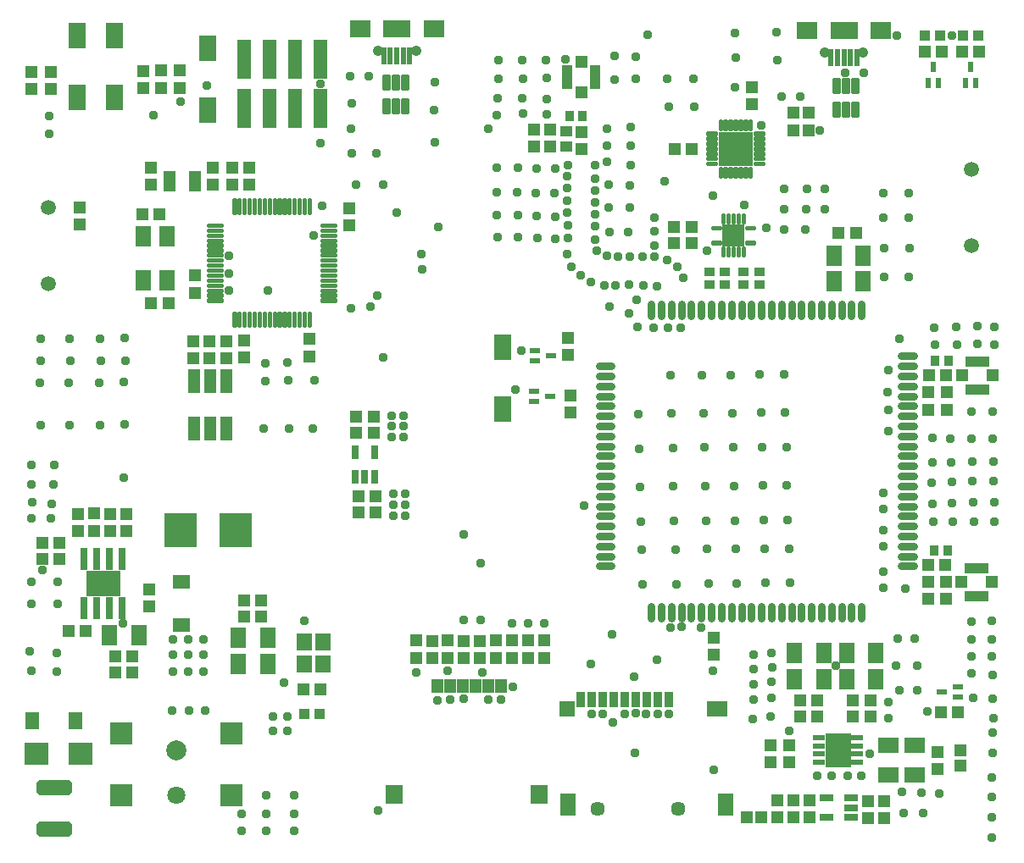
<source format=gbr>
G04 EAGLE Gerber RS-274X export*
G75*
%MOMM*%
%FSLAX34Y34*%
%LPD*%
%INSoldermask Top*%
%IPPOS*%
%AMOC8*
5,1,8,0,0,1.08239X$1,22.5*%
G01*
%ADD10R,1.493200X2.113200*%
%ADD11R,1.303200X1.203200*%
%ADD12R,1.203200X1.303200*%
%ADD13R,1.673200X1.473200*%
%ADD14R,1.113200X1.133200*%
%ADD15R,1.473200X1.673200*%
%ADD16R,2.453200X2.303200*%
%ADD17C,0.885322*%
%ADD18R,2.203200X2.203200*%
%ADD19C,2.003200*%
%ADD20C,1.803200*%
%ADD21R,3.203200X3.403200*%
%ADD22R,1.503200X1.703200*%
%ADD23R,0.803200X2.173200*%
%ADD24R,3.503200X2.613200*%
%ADD25R,0.803200X1.403200*%
%ADD26R,1.473200X3.883200*%
%ADD27C,0.267388*%
%ADD28C,1.511200*%
%ADD29R,1.803200X2.503200*%
%ADD30R,1.603200X2.003200*%
%ADD31R,1.303200X2.103200*%
%ADD32R,1.303200X2.403200*%
%ADD33R,1.153200X0.553200*%
%ADD34R,2.503200X3.433200*%
%ADD35R,2.113200X1.493200*%
%ADD36R,1.173200X1.203200*%
%ADD37R,1.003200X0.603200*%
%ADD38C,0.803200*%
%ADD39C,0.268653*%
%ADD40R,2.253200X2.253200*%
%ADD41R,1.103200X0.903200*%
%ADD42C,0.297181*%
%ADD43R,0.603200X1.653200*%
%ADD44C,1.053200*%
%ADD45R,2.000000X1.700000*%
%ADD46R,2.700000X1.700000*%
%ADD47R,1.203200X1.403200*%
%ADD48R,1.703200X1.903200*%
%ADD49R,1.203200X1.173200*%
%ADD50R,0.903200X1.603200*%
%ADD51R,1.603200X2.203200*%
%ADD52R,1.483200X1.603200*%
%ADD53R,2.153200X1.603200*%
%ADD54C,1.453200*%
%ADD55R,1.403200X0.803200*%
%ADD56R,0.603200X1.003200*%
%ADD57R,0.903200X1.103200*%
%ADD58R,2.403200X1.053200*%
%ADD59R,1.253200X1.203200*%
%ADD60R,1.053200X2.403200*%
%ADD61R,1.203200X1.253200*%
%ADD62R,1.173200X1.103200*%
%ADD63C,0.333503*%
%ADD64R,3.353200X3.353200*%
%ADD65C,0.959600*%


D10*
X128600Y219000D03*
X99400Y219000D03*
D11*
X122090Y198000D03*
X104910Y198000D03*
X122090Y182000D03*
X104910Y182000D03*
D12*
X139100Y265190D03*
X139100Y248010D03*
D10*
X228400Y191000D03*
X257600Y191000D03*
X228400Y217000D03*
X257600Y217000D03*
D11*
X233910Y238000D03*
X251090Y238000D03*
X233910Y254000D03*
X251090Y254000D03*
D12*
X84000Y341090D03*
X84000Y323910D03*
D13*
X171000Y229500D03*
X171000Y272500D03*
D14*
X309200Y140800D03*
X294000Y140800D03*
D15*
X22140Y133480D03*
X65140Y133480D03*
D16*
X26700Y101100D03*
X70700Y101100D03*
D17*
X30340Y70500D02*
X30340Y63820D01*
X30340Y70500D02*
X57820Y70500D01*
X57820Y63820D01*
X30340Y63820D01*
X30340Y28540D02*
X30340Y21860D01*
X30340Y28540D02*
X57820Y28540D01*
X57820Y21860D01*
X30340Y21860D01*
D18*
X111090Y121030D03*
X111090Y59530D03*
X221090Y59530D03*
X221090Y121030D03*
D19*
X166090Y104530D03*
D20*
X166090Y59530D03*
D21*
X170500Y324000D03*
X225500Y324000D03*
D12*
X100000Y323500D03*
X100000Y340500D03*
D22*
X294020Y190950D03*
X313020Y190950D03*
X294020Y212950D03*
X313020Y212950D03*
D11*
X58780Y223260D03*
X75780Y223260D03*
X32500Y312000D03*
X49500Y312000D03*
X32500Y295800D03*
X49500Y295800D03*
D12*
X68000Y340500D03*
X68000Y323500D03*
D11*
X310150Y165400D03*
X293150Y165400D03*
D12*
X116000Y340500D03*
X116000Y323500D03*
D23*
X112050Y295750D03*
X99350Y295750D03*
X86650Y295750D03*
X73950Y295750D03*
X73950Y246250D03*
X86650Y246250D03*
X99350Y246250D03*
X112050Y246250D03*
D24*
X93000Y271000D03*
D25*
X344940Y377330D03*
X354440Y377330D03*
X363940Y377330D03*
X363940Y402330D03*
X344940Y402330D03*
D11*
X365100Y342560D03*
X347920Y342560D03*
X365100Y358560D03*
X347920Y358560D03*
X363100Y421560D03*
X345920Y421560D03*
X363100Y437560D03*
X345920Y437560D03*
D26*
X310440Y795480D03*
X310440Y745980D03*
X285040Y795480D03*
X285040Y745980D03*
X259640Y795480D03*
X259640Y745980D03*
X234240Y795480D03*
X234240Y745980D03*
D12*
X40750Y782300D03*
X40750Y765300D03*
X21340Y782820D03*
X21340Y765640D03*
D27*
X197891Y628351D02*
X211949Y628351D01*
X197891Y628351D02*
X197891Y630209D01*
X211949Y630209D01*
X211949Y628351D01*
X211949Y623351D02*
X197891Y623351D01*
X197891Y625209D01*
X211949Y625209D01*
X211949Y623351D01*
X211949Y618351D02*
X197891Y618351D01*
X197891Y620209D01*
X211949Y620209D01*
X211949Y618351D01*
X211949Y613351D02*
X197891Y613351D01*
X197891Y615209D01*
X211949Y615209D01*
X211949Y613351D01*
X211949Y608351D02*
X197891Y608351D01*
X197891Y610209D01*
X211949Y610209D01*
X211949Y608351D01*
X211949Y603351D02*
X197891Y603351D01*
X197891Y605209D01*
X211949Y605209D01*
X211949Y603351D01*
X211949Y598351D02*
X197891Y598351D01*
X197891Y600209D01*
X211949Y600209D01*
X211949Y598351D01*
X211949Y593351D02*
X197891Y593351D01*
X197891Y595209D01*
X211949Y595209D01*
X211949Y593351D01*
X211949Y588351D02*
X197891Y588351D01*
X197891Y590209D01*
X211949Y590209D01*
X211949Y588351D01*
X211949Y583351D02*
X197891Y583351D01*
X197891Y585209D01*
X211949Y585209D01*
X211949Y583351D01*
X211949Y578351D02*
X197891Y578351D01*
X197891Y580209D01*
X211949Y580209D01*
X211949Y578351D01*
X211949Y573351D02*
X197891Y573351D01*
X197891Y575209D01*
X211949Y575209D01*
X211949Y573351D01*
X211949Y568351D02*
X197891Y568351D01*
X197891Y570209D01*
X211949Y570209D01*
X211949Y568351D01*
X211949Y563351D02*
X197891Y563351D01*
X197891Y565209D01*
X211949Y565209D01*
X211949Y563351D01*
X211949Y558351D02*
X197891Y558351D01*
X197891Y560209D01*
X211949Y560209D01*
X211949Y558351D01*
X211949Y553351D02*
X197891Y553351D01*
X197891Y555209D01*
X211949Y555209D01*
X211949Y553351D01*
X225049Y542109D02*
X225049Y528051D01*
X223191Y528051D01*
X223191Y542109D01*
X225049Y542109D01*
X225049Y530591D02*
X223191Y530591D01*
X223191Y533131D02*
X225049Y533131D01*
X225049Y535671D02*
X223191Y535671D01*
X223191Y538211D02*
X225049Y538211D01*
X225049Y540751D02*
X223191Y540751D01*
X230049Y542109D02*
X230049Y528051D01*
X228191Y528051D01*
X228191Y542109D01*
X230049Y542109D01*
X230049Y530591D02*
X228191Y530591D01*
X228191Y533131D02*
X230049Y533131D01*
X230049Y535671D02*
X228191Y535671D01*
X228191Y538211D02*
X230049Y538211D01*
X230049Y540751D02*
X228191Y540751D01*
X235049Y542109D02*
X235049Y528051D01*
X233191Y528051D01*
X233191Y542109D01*
X235049Y542109D01*
X235049Y530591D02*
X233191Y530591D01*
X233191Y533131D02*
X235049Y533131D01*
X235049Y535671D02*
X233191Y535671D01*
X233191Y538211D02*
X235049Y538211D01*
X235049Y540751D02*
X233191Y540751D01*
X240049Y542109D02*
X240049Y528051D01*
X238191Y528051D01*
X238191Y542109D01*
X240049Y542109D01*
X240049Y530591D02*
X238191Y530591D01*
X238191Y533131D02*
X240049Y533131D01*
X240049Y535671D02*
X238191Y535671D01*
X238191Y538211D02*
X240049Y538211D01*
X240049Y540751D02*
X238191Y540751D01*
X245049Y542109D02*
X245049Y528051D01*
X243191Y528051D01*
X243191Y542109D01*
X245049Y542109D01*
X245049Y530591D02*
X243191Y530591D01*
X243191Y533131D02*
X245049Y533131D01*
X245049Y535671D02*
X243191Y535671D01*
X243191Y538211D02*
X245049Y538211D01*
X245049Y540751D02*
X243191Y540751D01*
X250049Y542109D02*
X250049Y528051D01*
X248191Y528051D01*
X248191Y542109D01*
X250049Y542109D01*
X250049Y530591D02*
X248191Y530591D01*
X248191Y533131D02*
X250049Y533131D01*
X250049Y535671D02*
X248191Y535671D01*
X248191Y538211D02*
X250049Y538211D01*
X250049Y540751D02*
X248191Y540751D01*
X255049Y542109D02*
X255049Y528051D01*
X253191Y528051D01*
X253191Y542109D01*
X255049Y542109D01*
X255049Y530591D02*
X253191Y530591D01*
X253191Y533131D02*
X255049Y533131D01*
X255049Y535671D02*
X253191Y535671D01*
X253191Y538211D02*
X255049Y538211D01*
X255049Y540751D02*
X253191Y540751D01*
X260049Y542109D02*
X260049Y528051D01*
X258191Y528051D01*
X258191Y542109D01*
X260049Y542109D01*
X260049Y530591D02*
X258191Y530591D01*
X258191Y533131D02*
X260049Y533131D01*
X260049Y535671D02*
X258191Y535671D01*
X258191Y538211D02*
X260049Y538211D01*
X260049Y540751D02*
X258191Y540751D01*
X265049Y542109D02*
X265049Y528051D01*
X263191Y528051D01*
X263191Y542109D01*
X265049Y542109D01*
X265049Y530591D02*
X263191Y530591D01*
X263191Y533131D02*
X265049Y533131D01*
X265049Y535671D02*
X263191Y535671D01*
X263191Y538211D02*
X265049Y538211D01*
X265049Y540751D02*
X263191Y540751D01*
X270049Y542109D02*
X270049Y528051D01*
X268191Y528051D01*
X268191Y542109D01*
X270049Y542109D01*
X270049Y530591D02*
X268191Y530591D01*
X268191Y533131D02*
X270049Y533131D01*
X270049Y535671D02*
X268191Y535671D01*
X268191Y538211D02*
X270049Y538211D01*
X270049Y540751D02*
X268191Y540751D01*
X275049Y542109D02*
X275049Y528051D01*
X273191Y528051D01*
X273191Y542109D01*
X275049Y542109D01*
X275049Y530591D02*
X273191Y530591D01*
X273191Y533131D02*
X275049Y533131D01*
X275049Y535671D02*
X273191Y535671D01*
X273191Y538211D02*
X275049Y538211D01*
X275049Y540751D02*
X273191Y540751D01*
X280049Y542109D02*
X280049Y528051D01*
X278191Y528051D01*
X278191Y542109D01*
X280049Y542109D01*
X280049Y530591D02*
X278191Y530591D01*
X278191Y533131D02*
X280049Y533131D01*
X280049Y535671D02*
X278191Y535671D01*
X278191Y538211D02*
X280049Y538211D01*
X280049Y540751D02*
X278191Y540751D01*
X285049Y542109D02*
X285049Y528051D01*
X283191Y528051D01*
X283191Y542109D01*
X285049Y542109D01*
X285049Y530591D02*
X283191Y530591D01*
X283191Y533131D02*
X285049Y533131D01*
X285049Y535671D02*
X283191Y535671D01*
X283191Y538211D02*
X285049Y538211D01*
X285049Y540751D02*
X283191Y540751D01*
X290049Y542109D02*
X290049Y528051D01*
X288191Y528051D01*
X288191Y542109D01*
X290049Y542109D01*
X290049Y530591D02*
X288191Y530591D01*
X288191Y533131D02*
X290049Y533131D01*
X290049Y535671D02*
X288191Y535671D01*
X288191Y538211D02*
X290049Y538211D01*
X290049Y540751D02*
X288191Y540751D01*
X295049Y542109D02*
X295049Y528051D01*
X293191Y528051D01*
X293191Y542109D01*
X295049Y542109D01*
X295049Y530591D02*
X293191Y530591D01*
X293191Y533131D02*
X295049Y533131D01*
X295049Y535671D02*
X293191Y535671D01*
X293191Y538211D02*
X295049Y538211D01*
X295049Y540751D02*
X293191Y540751D01*
X300049Y542109D02*
X300049Y528051D01*
X298191Y528051D01*
X298191Y542109D01*
X300049Y542109D01*
X300049Y530591D02*
X298191Y530591D01*
X298191Y533131D02*
X300049Y533131D01*
X300049Y535671D02*
X298191Y535671D01*
X298191Y538211D02*
X300049Y538211D01*
X300049Y540751D02*
X298191Y540751D01*
X311291Y553351D02*
X325349Y553351D01*
X311291Y553351D02*
X311291Y555209D01*
X325349Y555209D01*
X325349Y553351D01*
X325349Y558351D02*
X311291Y558351D01*
X311291Y560209D01*
X325349Y560209D01*
X325349Y558351D01*
X325349Y563351D02*
X311291Y563351D01*
X311291Y565209D01*
X325349Y565209D01*
X325349Y563351D01*
X325349Y568351D02*
X311291Y568351D01*
X311291Y570209D01*
X325349Y570209D01*
X325349Y568351D01*
X325349Y573351D02*
X311291Y573351D01*
X311291Y575209D01*
X325349Y575209D01*
X325349Y573351D01*
X325349Y578351D02*
X311291Y578351D01*
X311291Y580209D01*
X325349Y580209D01*
X325349Y578351D01*
X325349Y583351D02*
X311291Y583351D01*
X311291Y585209D01*
X325349Y585209D01*
X325349Y583351D01*
X325349Y588351D02*
X311291Y588351D01*
X311291Y590209D01*
X325349Y590209D01*
X325349Y588351D01*
X325349Y593351D02*
X311291Y593351D01*
X311291Y595209D01*
X325349Y595209D01*
X325349Y593351D01*
X325349Y598351D02*
X311291Y598351D01*
X311291Y600209D01*
X325349Y600209D01*
X325349Y598351D01*
X325349Y603351D02*
X311291Y603351D01*
X311291Y605209D01*
X325349Y605209D01*
X325349Y603351D01*
X325349Y608351D02*
X311291Y608351D01*
X311291Y610209D01*
X325349Y610209D01*
X325349Y608351D01*
X325349Y613351D02*
X311291Y613351D01*
X311291Y615209D01*
X325349Y615209D01*
X325349Y613351D01*
X325349Y618351D02*
X311291Y618351D01*
X311291Y620209D01*
X325349Y620209D01*
X325349Y618351D01*
X325349Y623351D02*
X311291Y623351D01*
X311291Y625209D01*
X325349Y625209D01*
X325349Y623351D01*
X325349Y628351D02*
X311291Y628351D01*
X311291Y630209D01*
X325349Y630209D01*
X325349Y628351D01*
X300049Y641451D02*
X300049Y655509D01*
X300049Y641451D02*
X298191Y641451D01*
X298191Y655509D01*
X300049Y655509D01*
X300049Y643991D02*
X298191Y643991D01*
X298191Y646531D02*
X300049Y646531D01*
X300049Y649071D02*
X298191Y649071D01*
X298191Y651611D02*
X300049Y651611D01*
X300049Y654151D02*
X298191Y654151D01*
X295049Y655509D02*
X295049Y641451D01*
X293191Y641451D01*
X293191Y655509D01*
X295049Y655509D01*
X295049Y643991D02*
X293191Y643991D01*
X293191Y646531D02*
X295049Y646531D01*
X295049Y649071D02*
X293191Y649071D01*
X293191Y651611D02*
X295049Y651611D01*
X295049Y654151D02*
X293191Y654151D01*
X290049Y655509D02*
X290049Y641451D01*
X288191Y641451D01*
X288191Y655509D01*
X290049Y655509D01*
X290049Y643991D02*
X288191Y643991D01*
X288191Y646531D02*
X290049Y646531D01*
X290049Y649071D02*
X288191Y649071D01*
X288191Y651611D02*
X290049Y651611D01*
X290049Y654151D02*
X288191Y654151D01*
X285049Y655509D02*
X285049Y641451D01*
X283191Y641451D01*
X283191Y655509D01*
X285049Y655509D01*
X285049Y643991D02*
X283191Y643991D01*
X283191Y646531D02*
X285049Y646531D01*
X285049Y649071D02*
X283191Y649071D01*
X283191Y651611D02*
X285049Y651611D01*
X285049Y654151D02*
X283191Y654151D01*
X280049Y655509D02*
X280049Y641451D01*
X278191Y641451D01*
X278191Y655509D01*
X280049Y655509D01*
X280049Y643991D02*
X278191Y643991D01*
X278191Y646531D02*
X280049Y646531D01*
X280049Y649071D02*
X278191Y649071D01*
X278191Y651611D02*
X280049Y651611D01*
X280049Y654151D02*
X278191Y654151D01*
X275049Y655509D02*
X275049Y641451D01*
X273191Y641451D01*
X273191Y655509D01*
X275049Y655509D01*
X275049Y643991D02*
X273191Y643991D01*
X273191Y646531D02*
X275049Y646531D01*
X275049Y649071D02*
X273191Y649071D01*
X273191Y651611D02*
X275049Y651611D01*
X275049Y654151D02*
X273191Y654151D01*
X270049Y655509D02*
X270049Y641451D01*
X268191Y641451D01*
X268191Y655509D01*
X270049Y655509D01*
X270049Y643991D02*
X268191Y643991D01*
X268191Y646531D02*
X270049Y646531D01*
X270049Y649071D02*
X268191Y649071D01*
X268191Y651611D02*
X270049Y651611D01*
X270049Y654151D02*
X268191Y654151D01*
X265049Y655509D02*
X265049Y641451D01*
X263191Y641451D01*
X263191Y655509D01*
X265049Y655509D01*
X265049Y643991D02*
X263191Y643991D01*
X263191Y646531D02*
X265049Y646531D01*
X265049Y649071D02*
X263191Y649071D01*
X263191Y651611D02*
X265049Y651611D01*
X265049Y654151D02*
X263191Y654151D01*
X260049Y655509D02*
X260049Y641451D01*
X258191Y641451D01*
X258191Y655509D01*
X260049Y655509D01*
X260049Y643991D02*
X258191Y643991D01*
X258191Y646531D02*
X260049Y646531D01*
X260049Y649071D02*
X258191Y649071D01*
X258191Y651611D02*
X260049Y651611D01*
X260049Y654151D02*
X258191Y654151D01*
X255049Y655509D02*
X255049Y641451D01*
X253191Y641451D01*
X253191Y655509D01*
X255049Y655509D01*
X255049Y643991D02*
X253191Y643991D01*
X253191Y646531D02*
X255049Y646531D01*
X255049Y649071D02*
X253191Y649071D01*
X253191Y651611D02*
X255049Y651611D01*
X255049Y654151D02*
X253191Y654151D01*
X250049Y655509D02*
X250049Y641451D01*
X248191Y641451D01*
X248191Y655509D01*
X250049Y655509D01*
X250049Y643991D02*
X248191Y643991D01*
X248191Y646531D02*
X250049Y646531D01*
X250049Y649071D02*
X248191Y649071D01*
X248191Y651611D02*
X250049Y651611D01*
X250049Y654151D02*
X248191Y654151D01*
X245049Y655509D02*
X245049Y641451D01*
X243191Y641451D01*
X243191Y655509D01*
X245049Y655509D01*
X245049Y643991D02*
X243191Y643991D01*
X243191Y646531D02*
X245049Y646531D01*
X245049Y649071D02*
X243191Y649071D01*
X243191Y651611D02*
X245049Y651611D01*
X245049Y654151D02*
X243191Y654151D01*
X240049Y655509D02*
X240049Y641451D01*
X238191Y641451D01*
X238191Y655509D01*
X240049Y655509D01*
X240049Y643991D02*
X238191Y643991D01*
X238191Y646531D02*
X240049Y646531D01*
X240049Y649071D02*
X238191Y649071D01*
X238191Y651611D02*
X240049Y651611D01*
X240049Y654151D02*
X238191Y654151D01*
X235049Y655509D02*
X235049Y641451D01*
X233191Y641451D01*
X233191Y655509D01*
X235049Y655509D01*
X235049Y643991D02*
X233191Y643991D01*
X233191Y646531D02*
X235049Y646531D01*
X235049Y649071D02*
X233191Y649071D01*
X233191Y651611D02*
X235049Y651611D01*
X235049Y654151D02*
X233191Y654151D01*
X230049Y655509D02*
X230049Y641451D01*
X228191Y641451D01*
X228191Y655509D01*
X230049Y655509D01*
X230049Y643991D02*
X228191Y643991D01*
X228191Y646531D02*
X230049Y646531D01*
X230049Y649071D02*
X228191Y649071D01*
X228191Y651611D02*
X230049Y651611D01*
X230049Y654151D02*
X228191Y654151D01*
X225049Y655509D02*
X225049Y641451D01*
X223191Y641451D01*
X223191Y655509D01*
X225049Y655509D01*
X225049Y643991D02*
X223191Y643991D01*
X223191Y646531D02*
X225049Y646531D01*
X225049Y649071D02*
X223191Y649071D01*
X223191Y651611D02*
X225049Y651611D01*
X225049Y654151D02*
X223191Y654151D01*
D12*
X298710Y498330D03*
X298710Y515510D03*
X222000Y687090D03*
X222000Y669910D03*
X184620Y578820D03*
X184620Y561640D03*
X234000Y496910D03*
X234000Y514090D03*
X339000Y646090D03*
X339000Y628910D03*
D28*
X38630Y646840D03*
X38630Y570640D03*
D29*
X67110Y819080D03*
X67110Y757080D03*
D12*
X133340Y783230D03*
X133340Y766230D03*
X151340Y783820D03*
X151340Y766640D03*
D29*
X104110Y819080D03*
X104110Y757080D03*
D12*
X239000Y686500D03*
X239000Y669500D03*
D30*
X133150Y617760D03*
X133150Y573760D03*
X157150Y573760D03*
X157150Y617760D03*
D31*
X159500Y673000D03*
X184500Y673000D03*
D12*
X203000Y687090D03*
X203000Y669910D03*
X141000Y687090D03*
X141000Y669910D03*
D11*
X149580Y640100D03*
X132400Y640100D03*
X141210Y550950D03*
X158390Y550950D03*
D29*
X197340Y806530D03*
X197340Y744530D03*
D12*
X69630Y630240D03*
X69630Y647240D03*
X169340Y783820D03*
X169340Y766640D03*
X183000Y513500D03*
X183000Y496500D03*
X216000Y513500D03*
X216000Y496500D03*
X199000Y513500D03*
X199000Y496500D03*
D32*
X216040Y473580D03*
X200040Y473580D03*
X184040Y473580D03*
X184040Y425580D03*
X200040Y425580D03*
X216040Y425580D03*
D33*
X808250Y116530D03*
X808250Y108530D03*
X808250Y100530D03*
X808250Y92530D03*
X846250Y92530D03*
X846250Y100530D03*
X846250Y108530D03*
X846250Y116530D03*
D34*
X827250Y104530D03*
D35*
X877250Y79930D03*
X877250Y109130D03*
X903250Y79930D03*
X903250Y109130D03*
D12*
X926250Y85440D03*
X926250Y102620D03*
D36*
X949680Y89180D03*
X949680Y103880D03*
D11*
X930100Y142590D03*
X947100Y142590D03*
D37*
X946620Y157390D03*
X946620Y167390D03*
X930620Y162390D03*
D12*
X777910Y92360D03*
X777910Y109360D03*
X759910Y109360D03*
X759910Y92360D03*
D10*
X852350Y573330D03*
X823150Y573330D03*
X852350Y598790D03*
X823150Y598790D03*
D11*
X844840Y621790D03*
X827660Y621790D03*
D10*
X864850Y201530D03*
X835650Y201530D03*
X864850Y175530D03*
X835650Y175530D03*
D11*
X859340Y154530D03*
X842160Y154530D03*
X859340Y138530D03*
X842160Y138530D03*
D10*
X783650Y201530D03*
X812850Y201530D03*
X783650Y175530D03*
X812850Y175530D03*
D11*
X789160Y154530D03*
X806340Y154530D03*
X789160Y138530D03*
X806340Y138530D03*
D38*
X600510Y488500D02*
X588510Y488500D01*
X588510Y478500D02*
X600510Y478500D01*
X600510Y468500D02*
X588510Y468500D01*
X588510Y458500D02*
X600510Y458500D01*
X600510Y448500D02*
X588510Y448500D01*
X588510Y438500D02*
X600510Y438500D01*
X600510Y428500D02*
X588510Y428500D01*
X588510Y418500D02*
X600510Y418500D01*
X600510Y408500D02*
X588510Y408500D01*
X588510Y398500D02*
X600510Y398500D01*
X600510Y388500D02*
X588510Y388500D01*
X588510Y378500D02*
X600510Y378500D01*
X600510Y368500D02*
X588510Y368500D01*
X588510Y358500D02*
X600510Y358500D01*
X600510Y348500D02*
X588510Y348500D01*
X588510Y338500D02*
X600510Y338500D01*
X600510Y328500D02*
X588510Y328500D01*
X588510Y318500D02*
X600510Y318500D01*
X600510Y308500D02*
X588510Y308500D01*
X588510Y298500D02*
X600510Y298500D01*
X650510Y248500D02*
X650510Y236500D01*
X660510Y236500D02*
X660510Y248500D01*
X670510Y248500D02*
X670510Y236500D01*
X680510Y236500D02*
X680510Y248500D01*
X690510Y248500D02*
X690510Y236500D01*
X700510Y236500D02*
X700510Y248500D01*
X710510Y248500D02*
X710510Y236500D01*
X720510Y236500D02*
X720510Y248500D01*
X730510Y248500D02*
X730510Y236500D01*
X740510Y236500D02*
X740510Y248500D01*
X750510Y248500D02*
X750510Y236500D01*
X760510Y236500D02*
X760510Y248500D01*
X770510Y248500D02*
X770510Y236500D01*
X780510Y236500D02*
X780510Y248500D01*
X790510Y248500D02*
X790510Y236500D01*
X800510Y236500D02*
X800510Y248500D01*
X810510Y248500D02*
X810510Y236500D01*
X820510Y236500D02*
X820510Y248500D01*
X830510Y248500D02*
X830510Y236500D01*
X840510Y236500D02*
X840510Y248500D01*
X890510Y298500D02*
X902510Y298500D01*
X902510Y308500D02*
X890510Y308500D01*
X890510Y318500D02*
X902510Y318500D01*
X902510Y328500D02*
X890510Y328500D01*
X890510Y338500D02*
X902510Y338500D01*
X902510Y348500D02*
X890510Y348500D01*
X890510Y358500D02*
X902510Y358500D01*
X902510Y368500D02*
X890510Y368500D01*
X890510Y378500D02*
X902510Y378500D01*
X902510Y388500D02*
X890510Y388500D01*
X890510Y398500D02*
X902510Y398500D01*
X902510Y408500D02*
X890510Y408500D01*
X890510Y418500D02*
X902510Y418500D01*
X902510Y428500D02*
X890510Y428500D01*
X890510Y438500D02*
X902510Y438500D01*
X902510Y448500D02*
X890510Y448500D01*
X890510Y458500D02*
X902510Y458500D01*
X902510Y468500D02*
X890510Y468500D01*
X890510Y478500D02*
X902510Y478500D01*
X902510Y488500D02*
X890510Y488500D01*
X840510Y538500D02*
X840510Y550500D01*
X830510Y550500D02*
X830510Y538500D01*
X820510Y538500D02*
X820510Y550500D01*
X810510Y550500D02*
X810510Y538500D01*
X800510Y538500D02*
X800510Y550500D01*
X790510Y550500D02*
X790510Y538500D01*
X780510Y538500D02*
X780510Y550500D01*
X770510Y550500D02*
X770510Y538500D01*
X760510Y538500D02*
X760510Y550500D01*
X750510Y550500D02*
X750510Y538500D01*
X740510Y538500D02*
X740510Y550500D01*
X730510Y550500D02*
X730510Y538500D01*
X720510Y538500D02*
X720510Y550500D01*
X710510Y550500D02*
X710510Y538500D01*
X700510Y538500D02*
X700510Y550500D01*
X690510Y550500D02*
X690510Y538500D01*
X680510Y538500D02*
X680510Y550500D01*
X670510Y550500D02*
X670510Y538500D01*
X660510Y538500D02*
X660510Y550500D01*
X650510Y550500D02*
X650510Y538500D01*
X600510Y288500D02*
X588510Y288500D01*
X890510Y288500D02*
X902510Y288500D01*
X850510Y248500D02*
X850510Y236500D01*
X640510Y236500D02*
X640510Y248500D01*
X890510Y498500D02*
X902510Y498500D01*
X640510Y538500D02*
X640510Y550500D01*
X850510Y550500D02*
X850510Y538500D01*
D37*
X524000Y504000D03*
X524000Y494000D03*
X540000Y499000D03*
X523540Y463460D03*
X523540Y453460D03*
X539540Y458460D03*
D12*
X557440Y516780D03*
X557440Y499600D03*
X560140Y442110D03*
X560140Y459290D03*
D29*
X492440Y445250D03*
X492440Y507250D03*
D39*
X701417Y610957D02*
X709763Y610957D01*
X701417Y610957D02*
X701417Y612903D01*
X709763Y612903D01*
X709763Y610957D01*
X713413Y606753D02*
X713413Y598407D01*
X711467Y598407D01*
X711467Y606753D01*
X713413Y606753D01*
X713413Y600960D02*
X711467Y600960D01*
X711467Y603513D02*
X713413Y603513D01*
X713413Y606066D02*
X711467Y606066D01*
X718413Y606753D02*
X718413Y598407D01*
X716467Y598407D01*
X716467Y606753D01*
X718413Y606753D01*
X718413Y600960D02*
X716467Y600960D01*
X716467Y603513D02*
X718413Y603513D01*
X718413Y606066D02*
X716467Y606066D01*
X723413Y606753D02*
X723413Y598407D01*
X721467Y598407D01*
X721467Y606753D01*
X723413Y606753D01*
X723413Y600960D02*
X721467Y600960D01*
X721467Y603513D02*
X723413Y603513D01*
X723413Y606066D02*
X721467Y606066D01*
X728413Y606753D02*
X728413Y598407D01*
X726467Y598407D01*
X726467Y606753D01*
X728413Y606753D01*
X728413Y600960D02*
X726467Y600960D01*
X726467Y603513D02*
X728413Y603513D01*
X728413Y606066D02*
X726467Y606066D01*
X733413Y606753D02*
X733413Y598407D01*
X731467Y598407D01*
X731467Y606753D01*
X733413Y606753D01*
X733413Y600960D02*
X731467Y600960D01*
X731467Y603513D02*
X733413Y603513D01*
X733413Y606066D02*
X731467Y606066D01*
X735117Y610957D02*
X743463Y610957D01*
X735117Y610957D02*
X735117Y612903D01*
X743463Y612903D01*
X743463Y610957D01*
X743463Y625957D02*
X735117Y625957D01*
X735117Y627903D01*
X743463Y627903D01*
X743463Y625957D01*
X733413Y632107D02*
X733413Y640453D01*
X733413Y632107D02*
X731467Y632107D01*
X731467Y640453D01*
X733413Y640453D01*
X733413Y634660D02*
X731467Y634660D01*
X731467Y637213D02*
X733413Y637213D01*
X733413Y639766D02*
X731467Y639766D01*
X728413Y640453D02*
X728413Y632107D01*
X726467Y632107D01*
X726467Y640453D01*
X728413Y640453D01*
X728413Y634660D02*
X726467Y634660D01*
X726467Y637213D02*
X728413Y637213D01*
X728413Y639766D02*
X726467Y639766D01*
X723413Y640453D02*
X723413Y632107D01*
X721467Y632107D01*
X721467Y640453D01*
X723413Y640453D01*
X723413Y634660D02*
X721467Y634660D01*
X721467Y637213D02*
X723413Y637213D01*
X723413Y639766D02*
X721467Y639766D01*
X718413Y640453D02*
X718413Y632107D01*
X716467Y632107D01*
X716467Y640453D01*
X718413Y640453D01*
X718413Y634660D02*
X716467Y634660D01*
X716467Y637213D02*
X718413Y637213D01*
X718413Y639766D02*
X716467Y639766D01*
X713413Y640453D02*
X713413Y632107D01*
X711467Y632107D01*
X711467Y640453D01*
X713413Y640453D01*
X713413Y634660D02*
X711467Y634660D01*
X711467Y637213D02*
X713413Y637213D01*
X713413Y639766D02*
X711467Y639766D01*
X709763Y625957D02*
X701417Y625957D01*
X701417Y627903D01*
X709763Y627903D01*
X709763Y625957D01*
D40*
X722440Y619430D03*
D11*
X663410Y611770D03*
X680590Y611770D03*
X680590Y627770D03*
X663410Y627770D03*
D41*
X698340Y569510D03*
X698340Y582510D03*
X714340Y569510D03*
X714340Y582510D03*
X732340Y569510D03*
X732340Y582510D03*
X748340Y569510D03*
X748340Y582510D03*
D42*
X378530Y741920D02*
X378530Y754580D01*
X378530Y741920D02*
X373470Y741920D01*
X373470Y754580D01*
X378530Y754580D01*
X378530Y744743D02*
X373470Y744743D01*
X373470Y747566D02*
X378530Y747566D01*
X378530Y750389D02*
X373470Y750389D01*
X373470Y753212D02*
X378530Y753212D01*
X388030Y754580D02*
X388030Y741920D01*
X382970Y741920D01*
X382970Y754580D01*
X388030Y754580D01*
X388030Y744743D02*
X382970Y744743D01*
X382970Y747566D02*
X388030Y747566D01*
X388030Y750389D02*
X382970Y750389D01*
X382970Y753212D02*
X388030Y753212D01*
X397530Y754580D02*
X397530Y741920D01*
X392470Y741920D01*
X392470Y754580D01*
X397530Y754580D01*
X397530Y744743D02*
X392470Y744743D01*
X392470Y747566D02*
X397530Y747566D01*
X397530Y750389D02*
X392470Y750389D01*
X392470Y753212D02*
X397530Y753212D01*
X397530Y765420D02*
X397530Y778080D01*
X397530Y765420D02*
X392470Y765420D01*
X392470Y778080D01*
X397530Y778080D01*
X397530Y768243D02*
X392470Y768243D01*
X392470Y771066D02*
X397530Y771066D01*
X397530Y773889D02*
X392470Y773889D01*
X392470Y776712D02*
X397530Y776712D01*
X388030Y778080D02*
X388030Y765420D01*
X382970Y765420D01*
X382970Y778080D01*
X388030Y778080D01*
X388030Y768243D02*
X382970Y768243D01*
X382970Y771066D02*
X388030Y771066D01*
X388030Y773889D02*
X382970Y773889D01*
X382970Y776712D02*
X388030Y776712D01*
X378530Y778080D02*
X378530Y765420D01*
X373470Y765420D01*
X373470Y778080D01*
X378530Y778080D01*
X378530Y768243D02*
X373470Y768243D01*
X373470Y771066D02*
X378530Y771066D01*
X378530Y773889D02*
X373470Y773889D01*
X373470Y776712D02*
X378530Y776712D01*
D43*
X386430Y798470D03*
X392930Y798470D03*
X399430Y798470D03*
X379930Y798470D03*
X373430Y798470D03*
D44*
X405430Y803720D03*
X367430Y803720D03*
D45*
X423270Y825720D03*
X349590Y825720D03*
D46*
X386430Y825720D03*
D47*
X477970Y168360D03*
X490670Y168360D03*
X452570Y168360D03*
X465270Y168360D03*
X427170Y168360D03*
X439870Y168360D03*
D48*
X528170Y59860D03*
X384170Y59860D03*
D12*
X517300Y213970D03*
X517300Y196790D03*
X469460Y196370D03*
X469460Y213370D03*
X485460Y196780D03*
X485460Y213960D03*
X501300Y213970D03*
X501300Y196790D03*
X533300Y213970D03*
X533300Y196790D03*
X421460Y196370D03*
X421460Y213370D03*
X453460Y196370D03*
X453460Y213370D03*
X405460Y196780D03*
X405460Y213960D03*
X437460Y196780D03*
X437460Y213960D03*
X857320Y53690D03*
X857320Y36510D03*
X873260Y53540D03*
X873260Y36360D03*
X798320Y54690D03*
X798320Y37510D03*
X782320Y54690D03*
X782320Y37510D03*
X766320Y54690D03*
X766320Y37510D03*
D49*
X750670Y37600D03*
X735970Y37600D03*
D50*
X658000Y154700D03*
X647000Y154700D03*
X636000Y154700D03*
X625000Y154700D03*
X614000Y154700D03*
X603000Y154700D03*
X592000Y154700D03*
X581000Y154700D03*
X570000Y154700D03*
D51*
X715000Y50000D03*
X557000Y50000D03*
D52*
X556400Y146000D03*
D53*
X706250Y146000D03*
D54*
X667000Y46000D03*
X587000Y46000D03*
D55*
X840320Y37600D03*
X840320Y47100D03*
X840320Y56600D03*
X815320Y56600D03*
X815320Y37600D03*
D12*
X703000Y200000D03*
X703000Y217000D03*
D56*
X954710Y771140D03*
X964710Y771140D03*
X959710Y787140D03*
X917400Y771410D03*
X927400Y771410D03*
X922400Y787410D03*
D11*
X950710Y802640D03*
X967710Y802640D03*
X930530Y802960D03*
X913530Y802960D03*
D14*
X952110Y818640D03*
X967310Y818640D03*
X929230Y818790D03*
X914030Y818790D03*
D11*
X917500Y289500D03*
X934500Y289500D03*
D12*
X917000Y255410D03*
X917000Y272590D03*
D57*
X923500Y304000D03*
X936500Y304000D03*
D58*
X965760Y258700D03*
X965760Y286200D03*
D59*
X950510Y272450D03*
X981010Y272450D03*
D12*
X935000Y255410D03*
X935000Y272590D03*
X917600Y444880D03*
X917600Y462060D03*
D11*
X918100Y478970D03*
X935100Y478970D03*
D12*
X935600Y444880D03*
X935600Y462060D03*
D57*
X924100Y493970D03*
X937100Y493970D03*
D58*
X966220Y465230D03*
X966220Y492730D03*
D59*
X950970Y478980D03*
X981470Y478980D03*
D12*
X570540Y722170D03*
X570540Y704990D03*
D60*
X584250Y777000D03*
X556750Y777000D03*
D61*
X570500Y761750D03*
X570500Y792250D03*
D57*
X572050Y738360D03*
X559050Y738360D03*
D12*
X539500Y707910D03*
X539500Y725090D03*
X523790Y708150D03*
X523790Y725150D03*
D62*
X555370Y723470D03*
X555370Y707770D03*
D28*
X960500Y608900D03*
X960500Y685100D03*
D43*
X833000Y796750D03*
X839500Y796750D03*
X846000Y796750D03*
X826500Y796750D03*
X820000Y796750D03*
D44*
X852000Y802000D03*
X814000Y802000D03*
D45*
X869840Y824000D03*
X796160Y824000D03*
D46*
X833000Y824000D03*
D42*
X827870Y751080D02*
X827870Y738420D01*
X822810Y738420D01*
X822810Y751080D01*
X827870Y751080D01*
X827870Y741243D02*
X822810Y741243D01*
X822810Y744066D02*
X827870Y744066D01*
X827870Y746889D02*
X822810Y746889D01*
X822810Y749712D02*
X827870Y749712D01*
X837370Y751080D02*
X837370Y738420D01*
X832310Y738420D01*
X832310Y751080D01*
X837370Y751080D01*
X837370Y741243D02*
X832310Y741243D01*
X832310Y744066D02*
X837370Y744066D01*
X837370Y746889D02*
X832310Y746889D01*
X832310Y749712D02*
X837370Y749712D01*
X846870Y751080D02*
X846870Y738420D01*
X841810Y738420D01*
X841810Y751080D01*
X846870Y751080D01*
X846870Y741243D02*
X841810Y741243D01*
X841810Y744066D02*
X846870Y744066D01*
X846870Y746889D02*
X841810Y746889D01*
X841810Y749712D02*
X846870Y749712D01*
X846870Y761920D02*
X846870Y774580D01*
X846870Y761920D02*
X841810Y761920D01*
X841810Y774580D01*
X846870Y774580D01*
X846870Y764743D02*
X841810Y764743D01*
X841810Y767566D02*
X846870Y767566D01*
X846870Y770389D02*
X841810Y770389D01*
X841810Y773212D02*
X846870Y773212D01*
X837370Y774580D02*
X837370Y761920D01*
X832310Y761920D01*
X832310Y774580D01*
X837370Y774580D01*
X837370Y764743D02*
X832310Y764743D01*
X832310Y767566D02*
X837370Y767566D01*
X837370Y770389D02*
X832310Y770389D01*
X832310Y773212D02*
X837370Y773212D01*
X827870Y774580D02*
X827870Y761920D01*
X822810Y761920D01*
X822810Y774580D01*
X827870Y774580D01*
X827870Y764743D02*
X822810Y764743D01*
X822810Y767566D02*
X827870Y767566D01*
X827870Y770389D02*
X822810Y770389D01*
X822810Y773212D02*
X827870Y773212D01*
D63*
X752899Y691149D02*
X752899Y689851D01*
X744501Y689851D01*
X744501Y691149D01*
X752899Y691149D01*
X752899Y694851D02*
X752899Y696149D01*
X752899Y694851D02*
X744501Y694851D01*
X744501Y696149D01*
X752899Y696149D01*
X752899Y699851D02*
X752899Y701149D01*
X752899Y699851D02*
X744501Y699851D01*
X744501Y701149D01*
X752899Y701149D01*
X752899Y704851D02*
X752899Y706149D01*
X752899Y704851D02*
X744501Y704851D01*
X744501Y706149D01*
X752899Y706149D01*
X752899Y709851D02*
X752899Y711149D01*
X752899Y709851D02*
X744501Y709851D01*
X744501Y711149D01*
X752899Y711149D01*
X752899Y714851D02*
X752899Y716149D01*
X752899Y714851D02*
X744501Y714851D01*
X744501Y716149D01*
X752899Y716149D01*
X752899Y719851D02*
X752899Y721149D01*
X752899Y719851D02*
X744501Y719851D01*
X744501Y721149D01*
X752899Y721149D01*
X740649Y733399D02*
X739351Y733399D01*
X740649Y733399D02*
X740649Y725001D01*
X739351Y725001D01*
X739351Y733399D01*
X739351Y728169D02*
X740649Y728169D01*
X740649Y731337D02*
X739351Y731337D01*
X735649Y733399D02*
X734351Y733399D01*
X735649Y733399D02*
X735649Y725001D01*
X734351Y725001D01*
X734351Y733399D01*
X734351Y728169D02*
X735649Y728169D01*
X735649Y731337D02*
X734351Y731337D01*
X730649Y733399D02*
X729351Y733399D01*
X730649Y733399D02*
X730649Y725001D01*
X729351Y725001D01*
X729351Y733399D01*
X729351Y728169D02*
X730649Y728169D01*
X730649Y731337D02*
X729351Y731337D01*
X725649Y733399D02*
X724351Y733399D01*
X725649Y733399D02*
X725649Y725001D01*
X724351Y725001D01*
X724351Y733399D01*
X724351Y728169D02*
X725649Y728169D01*
X725649Y731337D02*
X724351Y731337D01*
X720649Y733399D02*
X719351Y733399D01*
X720649Y733399D02*
X720649Y725001D01*
X719351Y725001D01*
X719351Y733399D01*
X719351Y728169D02*
X720649Y728169D01*
X720649Y731337D02*
X719351Y731337D01*
X715649Y733399D02*
X714351Y733399D01*
X715649Y733399D02*
X715649Y725001D01*
X714351Y725001D01*
X714351Y733399D01*
X714351Y728169D02*
X715649Y728169D01*
X715649Y731337D02*
X714351Y731337D01*
X710649Y733399D02*
X709351Y733399D01*
X710649Y733399D02*
X710649Y725001D01*
X709351Y725001D01*
X709351Y733399D01*
X709351Y728169D02*
X710649Y728169D01*
X710649Y731337D02*
X709351Y731337D01*
X705499Y721149D02*
X705499Y719851D01*
X697101Y719851D01*
X697101Y721149D01*
X705499Y721149D01*
X705499Y716149D02*
X705499Y714851D01*
X697101Y714851D01*
X697101Y716149D01*
X705499Y716149D01*
X705499Y711149D02*
X705499Y709851D01*
X697101Y709851D01*
X697101Y711149D01*
X705499Y711149D01*
X705499Y706149D02*
X705499Y704851D01*
X697101Y704851D01*
X697101Y706149D01*
X705499Y706149D01*
X705499Y701149D02*
X705499Y699851D01*
X697101Y699851D01*
X697101Y701149D01*
X705499Y701149D01*
X705499Y696149D02*
X705499Y694851D01*
X697101Y694851D01*
X697101Y696149D01*
X705499Y696149D01*
X705499Y691149D02*
X705499Y689851D01*
X697101Y689851D01*
X697101Y691149D01*
X705499Y691149D01*
X709351Y685999D02*
X710649Y685999D01*
X710649Y677601D01*
X709351Y677601D01*
X709351Y685999D01*
X709351Y680769D02*
X710649Y680769D01*
X710649Y683937D02*
X709351Y683937D01*
X714351Y685999D02*
X715649Y685999D01*
X715649Y677601D01*
X714351Y677601D01*
X714351Y685999D01*
X714351Y680769D02*
X715649Y680769D01*
X715649Y683937D02*
X714351Y683937D01*
X719351Y685999D02*
X720649Y685999D01*
X720649Y677601D01*
X719351Y677601D01*
X719351Y685999D01*
X719351Y680769D02*
X720649Y680769D01*
X720649Y683937D02*
X719351Y683937D01*
X724351Y685999D02*
X725649Y685999D01*
X725649Y677601D01*
X724351Y677601D01*
X724351Y685999D01*
X724351Y680769D02*
X725649Y680769D01*
X725649Y683937D02*
X724351Y683937D01*
X729351Y685999D02*
X730649Y685999D01*
X730649Y677601D01*
X729351Y677601D01*
X729351Y685999D01*
X729351Y680769D02*
X730649Y680769D01*
X730649Y683937D02*
X729351Y683937D01*
X734351Y685999D02*
X735649Y685999D01*
X735649Y677601D01*
X734351Y677601D01*
X734351Y685999D01*
X734351Y680769D02*
X735649Y680769D01*
X735649Y683937D02*
X734351Y683937D01*
X739351Y685999D02*
X740649Y685999D01*
X740649Y677601D01*
X739351Y677601D01*
X739351Y685999D01*
X739351Y680769D02*
X740649Y680769D01*
X740649Y683937D02*
X739351Y683937D01*
D64*
X725000Y705500D03*
D11*
X664180Y705540D03*
X681360Y705540D03*
D12*
X798200Y741500D03*
X798200Y724320D03*
X782200Y741500D03*
X782200Y724320D03*
X741210Y767500D03*
X741210Y750500D03*
D65*
X114000Y377000D03*
X113000Y231000D03*
X44000Y389500D03*
X294020Y233980D03*
X21500Y390000D03*
X21500Y370500D03*
X43000Y370000D03*
X22000Y352000D03*
X41500Y351000D03*
X21500Y336500D03*
X41000Y336000D03*
X21000Y273000D03*
X21000Y251000D03*
X48000Y273000D03*
X48000Y251000D03*
X47000Y202000D03*
X20000Y203000D03*
X21000Y184000D03*
X47000Y183000D03*
X163000Y215000D03*
X163000Y200000D03*
X163000Y183000D03*
X178000Y200000D03*
X178000Y215000D03*
X178000Y183000D03*
X193000Y183000D03*
X193000Y200000D03*
X193000Y215000D03*
X162000Y144000D03*
X179000Y144000D03*
X195000Y144000D03*
X263000Y138000D03*
X277000Y138000D03*
X263000Y124000D03*
X277000Y123500D03*
X256000Y59000D03*
X284000Y59000D03*
X284000Y41000D03*
X256000Y41000D03*
X231000Y41000D03*
X231000Y24000D03*
X256000Y24000D03*
X284000Y24000D03*
X32000Y285000D03*
X274000Y172000D03*
X490500Y155000D03*
X502000Y167500D03*
X533500Y231500D03*
X517500Y231500D03*
X501500Y231500D03*
X472000Y182000D03*
X437500Y184000D03*
X405500Y182500D03*
X602000Y132500D03*
X381010Y428560D03*
X981500Y180000D03*
X981000Y17000D03*
X981000Y37500D03*
X981000Y57500D03*
X981000Y77500D03*
X981500Y101500D03*
X981500Y122000D03*
X982000Y136500D03*
X960000Y181500D03*
X980500Y198500D03*
X960500Y198000D03*
X960500Y215000D03*
X981500Y156000D03*
X981000Y215000D03*
X981000Y234000D03*
X960500Y233000D03*
X395010Y360560D03*
X395010Y349560D03*
X395010Y338560D03*
X383010Y338560D03*
X383010Y349560D03*
X383010Y360560D03*
X381010Y417560D03*
X381010Y439100D03*
X393010Y439100D03*
X393010Y428560D03*
X393010Y417560D03*
X894500Y266000D03*
X872500Y266500D03*
X872500Y283000D03*
X872500Y308000D03*
X872500Y324500D03*
X872500Y345500D03*
X872500Y362000D03*
X983500Y333000D03*
X962500Y333000D03*
X941500Y332500D03*
X922000Y332500D03*
X921000Y351000D03*
X941000Y351500D03*
X962000Y352000D03*
X983000Y352000D03*
X982500Y373500D03*
X961500Y373500D03*
X940500Y373000D03*
X920500Y371500D03*
X921000Y392000D03*
X940000Y392500D03*
X961000Y393000D03*
X982000Y393000D03*
X981500Y416000D03*
X960500Y416000D03*
X939500Y415500D03*
X921000Y416500D03*
X981500Y442500D03*
X960000Y442500D03*
X877000Y423500D03*
X877000Y445000D03*
X876500Y462000D03*
X877000Y484500D03*
X888000Y516000D03*
X924000Y510000D03*
X923500Y526500D03*
X946000Y510000D03*
X945000Y527500D03*
X966500Y510500D03*
X966000Y528500D03*
X983000Y528000D03*
X983500Y510000D03*
X603500Y798500D03*
X625500Y797500D03*
X625000Y776000D03*
X604000Y774500D03*
X596000Y725500D03*
X620000Y727000D03*
X620000Y709000D03*
X596500Y709000D03*
X596500Y692500D03*
X620000Y689500D03*
X618820Y668860D03*
X598020Y669410D03*
X584500Y689000D03*
X584500Y676000D03*
X584500Y664000D03*
X584500Y652000D03*
X584500Y640500D03*
X598000Y647000D03*
X619000Y647000D03*
X643500Y623000D03*
X643500Y608500D03*
X643500Y636500D03*
X584500Y628500D03*
X584500Y615000D03*
X598500Y622500D03*
X617500Y622000D03*
X586500Y603500D03*
X596500Y598500D03*
X607500Y597500D03*
X619500Y597500D03*
X631500Y598000D03*
X644000Y597500D03*
X656500Y594500D03*
X666500Y588000D03*
X672500Y576500D03*
X554500Y795500D03*
X535500Y794500D03*
X512000Y794500D03*
X488000Y794500D03*
X487500Y775500D03*
X512500Y776000D03*
X536000Y776500D03*
X536000Y755000D03*
X512000Y756500D03*
X487000Y756500D03*
X486500Y739500D03*
X512500Y741000D03*
X536500Y740500D03*
X486500Y686500D03*
X507000Y686500D03*
X526000Y686000D03*
X544500Y685500D03*
X557000Y689000D03*
X556500Y678500D03*
X556500Y666500D03*
X556500Y654000D03*
X544000Y661000D03*
X525500Y661500D03*
X506500Y662000D03*
X486000Y662000D03*
X486500Y639000D03*
X556500Y642000D03*
X544500Y638000D03*
X526000Y638500D03*
X507000Y639000D03*
X487000Y617000D03*
X507500Y617000D03*
X526500Y616500D03*
X545000Y616000D03*
X557000Y629000D03*
X557000Y616500D03*
X556500Y600500D03*
X561000Y587500D03*
X570000Y579000D03*
X580500Y572500D03*
X594000Y569000D03*
X605000Y569000D03*
X618500Y569500D03*
X633000Y569000D03*
X646000Y568000D03*
X626000Y554500D03*
X599000Y548000D03*
X618000Y541000D03*
X626500Y527500D03*
X643000Y527000D03*
X657500Y527000D03*
X670000Y526500D03*
X253000Y426000D03*
X277500Y492000D03*
X278000Y474500D03*
X255000Y473500D03*
X255500Y491500D03*
X279000Y426000D03*
X302500Y426000D03*
X304500Y474000D03*
X30500Y516000D03*
X59500Y516000D03*
X90000Y516000D03*
X114500Y516500D03*
X31000Y493500D03*
X60000Y493500D03*
X90500Y493500D03*
X115000Y494000D03*
X30000Y472000D03*
X59000Y472000D03*
X89500Y472000D03*
X114000Y472500D03*
X30500Y429500D03*
X59500Y429500D03*
X90000Y429500D03*
X114500Y430000D03*
X771000Y758000D03*
X789000Y758000D03*
X339500Y778000D03*
X358500Y778500D03*
X341500Y751500D03*
X366000Y701500D03*
X341000Y725500D03*
X341500Y701500D03*
X346000Y670000D03*
X372500Y669500D03*
X386000Y641500D03*
X424000Y772500D03*
X423500Y744000D03*
X424500Y712500D03*
X656500Y776000D03*
X683000Y776000D03*
X658500Y748000D03*
X683500Y748000D03*
X653500Y673500D03*
X872000Y661000D03*
X872000Y637000D03*
X873500Y606500D03*
X873000Y577500D03*
X898000Y577500D03*
X898500Y606500D03*
X898000Y637000D03*
X897500Y661500D03*
X724500Y821500D03*
X766000Y822500D03*
X725000Y796500D03*
X766500Y794000D03*
X627500Y440500D03*
X661000Y441000D03*
X693000Y441500D03*
X721500Y441500D03*
X750500Y442000D03*
X774500Y442000D03*
X773000Y666000D03*
X796000Y665500D03*
X814000Y665500D03*
X773500Y645000D03*
X795500Y645000D03*
X813500Y645500D03*
X773500Y625000D03*
X794500Y625000D03*
X628500Y406000D03*
X662000Y406500D03*
X694000Y407000D03*
X722500Y407000D03*
X751500Y407500D03*
X775500Y407500D03*
X629000Y367500D03*
X662500Y368000D03*
X694500Y368500D03*
X723000Y368500D03*
X752000Y369000D03*
X776000Y369000D03*
X630000Y333000D03*
X663500Y333500D03*
X695500Y334000D03*
X724000Y334000D03*
X753000Y334500D03*
X777000Y334500D03*
X659500Y479000D03*
X691500Y479500D03*
X720000Y479500D03*
X749000Y480000D03*
X773000Y480000D03*
X631000Y304500D03*
X664500Y305000D03*
X696500Y305500D03*
X725000Y305500D03*
X754000Y306000D03*
X778000Y306000D03*
X760500Y202000D03*
X761000Y187500D03*
X760500Y172500D03*
X760500Y157000D03*
X760000Y138000D03*
X632000Y270000D03*
X665500Y270500D03*
X697500Y271000D03*
X726000Y271000D03*
X755000Y271500D03*
X779000Y271500D03*
X742500Y200000D03*
X743000Y185500D03*
X742500Y170500D03*
X742500Y155000D03*
X742000Y136000D03*
X887000Y216000D03*
X885000Y189000D03*
X888000Y164500D03*
X877000Y152500D03*
X877500Y136500D03*
X806500Y78500D03*
X821000Y78500D03*
X836500Y78500D03*
X850000Y78500D03*
X891000Y62500D03*
X910500Y62000D03*
X892500Y42000D03*
X912000Y42000D03*
X928500Y61000D03*
X904000Y216000D03*
X906000Y188500D03*
X906000Y164000D03*
X82000Y276000D03*
X82000Y264000D03*
X93000Y276000D03*
X104000Y276000D03*
X104000Y264000D03*
X93000Y264000D03*
X258000Y564000D03*
X428080Y627570D03*
X637000Y819500D03*
X477500Y725500D03*
X724000Y767500D03*
X809000Y724000D03*
X312000Y649000D03*
X303000Y619000D03*
X39000Y721000D03*
X39000Y738000D03*
X143000Y739000D03*
X170000Y753000D03*
X310000Y771000D03*
X197000Y769000D03*
X310000Y711000D03*
X219000Y599000D03*
X412000Y585500D03*
X733500Y649500D03*
X411000Y600000D03*
X702500Y658500D03*
X341000Y546000D03*
X373000Y497000D03*
X368000Y44500D03*
X962000Y157000D03*
X360000Y548000D03*
X505000Y465000D03*
X367000Y559000D03*
X511000Y504000D03*
X219000Y564000D03*
X219000Y581000D03*
X778000Y124000D03*
X824770Y188720D03*
X885500Y819000D03*
X940500Y819000D03*
X859000Y100500D03*
X916000Y143000D03*
X573500Y349000D03*
X696000Y604000D03*
X755500Y627000D03*
X478000Y155000D03*
X470000Y235000D03*
X470500Y291000D03*
X453500Y234500D03*
X453500Y320500D03*
X453541Y156041D03*
X427000Y154000D03*
X440000Y155000D03*
X703000Y84500D03*
X625000Y141500D03*
X624000Y102000D03*
X614000Y141000D03*
X623000Y177500D03*
X702500Y184000D03*
X635500Y141000D03*
X592000Y141000D03*
X601000Y220000D03*
X660000Y227000D03*
X581000Y141000D03*
X580000Y191000D03*
X671000Y228000D03*
X658000Y140500D03*
X647000Y140500D03*
X646500Y194500D03*
X690000Y227000D03*
X750000Y729500D03*
X853000Y781500D03*
X834000Y781500D03*
M02*

</source>
